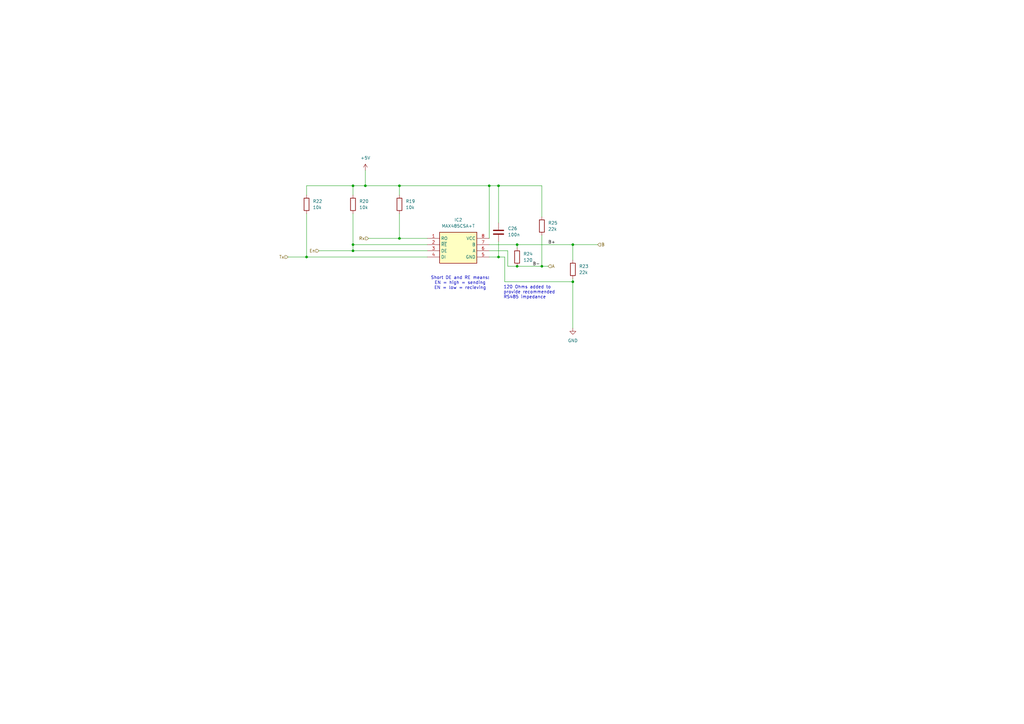
<source format=kicad_sch>
(kicad_sch (version 20231120) (generator "eeschema") (generator_version "8.0")
  (paper "A3")
  (title_block (title "GAVIM V4 TEST 137") (date "2024-06-25") (rev "00.00") (company "Nidec Drives"))
  (lib_symbols
    (symbol "Device:C" (pin_numbers hide) (pin_names (offset 0.254))
      (property "Reference" "C" (at 0.635 2.54 0))
      (property "Value" "C" (at 0.635 -2.54 0))
      (symbol "C_0_1"
        (polyline (pts (xy -2.032 -0.762) (xy 2.032 -0.762)) (stroke (width 0.508)))
        (polyline (pts (xy -2.032 0.762) (xy 2.032 0.762)) (stroke (width 0.508)))
      )
      (symbol "C_1_1"
        (pin passive line (at 0 3.81 270) (length 2.794) (name "~") (number "1"))
        (pin passive line (at 0 -3.81 90) (length 2.794) (name "~") (number "2"))
      )
    )
    (symbol "Device:R" (pin_numbers hide) (pin_names (offset 0))
      (property "Reference" "R" (at 2.032 0 90))
      (property "Value" "R" (at 0 0 90))
      (symbol "R_0_1"
        (rectangle (start -1.016 -2.54) (end 1.016 2.54) (stroke (width 0.254)))
      )
      (symbol "R_1_1"
        (pin passive line (at 0 3.81 270) (length 1.27) (name "~") (number "1"))
        (pin passive line (at 0 -3.81 90) (length 1.27) (name "~") (number "2"))
      )
    )
    (symbol "Imported Parts:MAX485CSA+T"
      (property "Reference" "IC" (at 21.59 7.62 0))
      (property "Value" "MAX485CSA+T" (at 21.59 5.08 0))
      (symbol "MAX485CSA+T_1_1"
        (rectangle (start 5.08 2.54) (end 20.32 -10.16) (stroke (width 0.254)) (fill (type background)))
        (pin passive line (at 0 0 0) (length 5.08) (name "RO") (number "1"))
        (pin passive line (at 0 -2.54 0) (length 5.08) (name "~{RE}") (number "2"))
        (pin passive line (at 0 -5.08 0) (length 5.08) (name "DE") (number "3"))
        (pin passive line (at 0 -7.62 0) (length 5.08) (name "DI") (number "4"))
        (pin passive line (at 25.4 -7.62 180) (length 5.08) (name "GND") (number "5"))
        (pin passive line (at 25.4 -5.08 180) (length 5.08) (name "A") (number "6"))
        (pin passive line (at 25.4 -2.54 180) (length 5.08) (name "B") (number "7"))
        (pin passive line (at 25.4 0 180) (length 5.08) (name "VCC") (number "8"))
      )
    )
    (symbol "power:+5V" (power) (pin_numbers hide) (pin_names (offset 0) hide)
      (property "Value" "+5V" (at 0 3.556 0))
      (symbol "+5V_0_1"
        (polyline (pts (xy -0.762 1.27) (xy 0 2.54)))
        (polyline (pts (xy 0 0) (xy 0 2.54)))
        (polyline (pts (xy 0 2.54) (xy 0.762 1.27)))
      )
      (symbol "+5V_1_1"
        (pin power_in line (at 0 0 90) (length 0) (name "~") (number "1"))
      )
    )
    (symbol "power:GND" (power) (pin_numbers hide) (pin_names (offset 0) hide)
      (property "Value" "GND" (at 0 -3.81 0))
      (symbol "GND_0_1"
        (polyline (pts (xy 0 0) (xy 0 -1.27) (xy 1.27 -1.27) (xy 0 -2.54) (xy -1.27 -1.27) (xy 0 -1.27)))
      )
      (symbol "GND_1_1"
        (pin power_in line (at 0 0 270) (length 0) (name "~") (number "1"))
      )
    )
  )
  (junction (at 144.78 100.33))
  (junction (at 234.95 115.57))
  (junction (at 149.86 76.2))
  (junction (at 125.73 105.41))
  (junction (at 212.09 100.33))
  (junction (at 163.83 76.2))
  (junction (at 204.47 105.41))
  (junction (at 234.95 100.33))
  (junction (at 212.09 109.22))
  (junction (at 222.25 109.22))
  (junction (at 144.78 102.87))
  (junction (at 163.83 97.79))
  (junction (at 200.66 76.2))
  (junction (at 204.47 76.2))
  (junction (at 144.78 76.2))
  (wire (pts (xy 234.95 115.57) (xy 234.95 134.62)))
  (wire (pts (xy 207.01 115.57) (xy 234.95 115.57)))
  (wire (pts (xy 200.66 102.87) (xy 208.28 102.87)))
  (wire (pts (xy 208.28 102.87) (xy 208.28 109.22)))
  (wire (pts (xy 144.78 100.33) (xy 175.26 100.33)))
  (wire (pts (xy 204.47 105.41) (xy 207.01 105.41)))
  (wire (pts (xy 200.66 100.33) (xy 212.09 100.33)))
  (wire (pts (xy 200.66 76.2) (xy 200.66 97.79)))
  (wire (pts (xy 149.86 76.2) (xy 163.83 76.2)))
  (wire (pts (xy 163.83 76.2) (xy 200.66 76.2)))
  (wire (pts (xy 151.13 97.79) (xy 163.83 97.79)))
  (wire (pts (xy 163.83 87.63) (xy 163.83 97.79)))
  (wire (pts (xy 204.47 76.2) (xy 222.25 76.2)))
  (wire (pts (xy 207.01 105.41) (xy 207.01 115.57)))
  (wire (pts (xy 208.28 109.22) (xy 212.09 109.22)))
  (wire (pts (xy 222.25 109.22) (xy 222.25 96.52)))
  (wire (pts (xy 125.73 76.2) (xy 144.78 76.2)))
  (wire (pts (xy 130.81 102.87) (xy 144.78 102.87)))
  (wire (pts (xy 144.78 100.33) (xy 144.78 102.87)))
  (wire (pts (xy 125.73 105.41) (xy 125.73 87.63)))
  (wire (pts (xy 222.25 88.9) (xy 222.25 76.2)))
  (wire (pts (xy 125.73 80.01) (xy 125.73 76.2)))
  (wire (pts (xy 212.09 109.22) (xy 222.25 109.22)))
  (wire (pts (xy 234.95 100.33) (xy 245.11 100.33)))
  (wire (pts (xy 204.47 91.44) (xy 204.47 76.2)))
  (wire (pts (xy 144.78 76.2) (xy 149.86 76.2)))
  (wire (pts (xy 200.66 76.2) (xy 204.47 76.2)))
  (wire (pts (xy 163.83 76.2) (xy 163.83 80.01)))
  (wire (pts (xy 200.66 105.41) (xy 204.47 105.41)))
  (wire (pts (xy 222.25 109.22) (xy 224.79 109.22)))
  (wire (pts (xy 234.95 114.3) (xy 234.95 115.57)))
  (wire (pts (xy 125.73 105.41) (xy 175.26 105.41)))
  (wire (pts (xy 144.78 76.2) (xy 144.78 80.01)))
  (wire (pts (xy 163.83 97.79) (xy 175.26 97.79)))
  (wire (pts (xy 149.86 69.85) (xy 149.86 76.2)))
  (wire (pts (xy 118.11 105.41) (xy 125.73 105.41)))
  (wire (pts (xy 204.47 99.06) (xy 204.47 105.41)))
  (wire (pts (xy 144.78 87.63) (xy 144.78 100.33)))
  (wire (pts (xy 234.95 100.33) (xy 212.09 100.33)))
  (wire (pts (xy 234.95 100.33) (xy 234.95 106.68)))
  (wire (pts (xy 212.09 100.33) (xy 212.09 101.6)))
  (wire (pts (xy 144.78 102.87) (xy 175.26 102.87)))
  (text "Short DE and RE means:\nEN = high = sending\nEN = low = recieving" (at 188.722 116.078 0) (effects (font (size 1.27 1.27))))
  (text "120 Ohms added to \nprovide recommended\nRS485 impedance" (at 206.502 119.888 0) (effects (font (size 1.27 1.27)) (justify left)))
  (label "B+" (at 224.79 100.33 0))
  (label "B-" (at 218.44 109.22 0))
  (hierarchical_label "En" (shape input) (at 130.81 102.87 180))
  (hierarchical_label "Rx" (shape input) (at 151.13 97.79 180))
  (hierarchical_label "A" (shape input) (at 224.79 109.22 0))
  (hierarchical_label "Tx" (shape input) (at 118.11 105.41 180))
  (hierarchical_label "B" (shape input) (at 245.11 100.33 0))
  (symbol (lib_id "Device:R") (at 163.83 83.82 0) (unit 1)
    (property "Reference" "R19" (at 166.37 82.5499 0) (effects (justify left)))
    (property "Value" "10k" (at 166.37 85.0899 0) (effects (justify left)))
    (property "Footprint" "Resistor_SMD:R_0603_1608Metric_Pad0.98x0.95mm_HandSolder" (effects (hide yes)))
    (property "Description" "Resistor" (effects (hide yes)))
  )
  (symbol (lib_id "Device:R") (at 212.09 105.41 0) (unit 1)
    (property "Reference" "R24" (at 214.63 104.1399 0) (effects (justify left)))
    (property "Value" "120" (at 214.63 106.6799 0) (effects (justify left)))
    (property "Footprint" "Resistor_SMD:R_0603_1608Metric_Pad0.98x0.95mm_HandSolder" (effects (hide yes)))
    (property "Description" "Resistor" (effects (hide yes)))
  )
  (symbol (lib_id "Device:R") (at 234.95 110.49 180) (unit 1)
    (property "Reference" "R23" (at 237.49 109.2199 0) (effects (justify right)))
    (property "Value" "22k" (at 237.49 111.7599 0) (effects (justify right)))
    (property "Footprint" "Resistor_SMD:R_0603_1608Metric_Pad0.98x0.95mm_HandSolder" (effects (hide yes)))
    (property "Description" "Resistor" (effects (hide yes)))
  )
  (symbol (lib_id "Device:C") (at 204.47 95.25 0) (unit 1)
    (property "Reference" "C26" (at 208.28 93.726 0) (effects (justify left)))
    (property "Value" "100n" (at 208.28 96.266 0) (effects (justify left)))
    (property "Footprint" "Capacitor_SMD:C_0603_1608Metric_Pad1.08x0.95mm_HandSolder" (effects (hide yes)))
    (property "Description" "Unpolarized capacitor" (effects (hide yes)))
    (property "CT Part Number" "1425-6104" (effects (hide yes)))
  )
  (symbol (lib_id "power:+5V") (at 149.86 69.85 0) (unit 1)
    (property "Reference" "#PWR04" (effects (hide yes)))
    (property "Value" "+5V" (at 149.86 64.77 0))
    (property "Description" "Power symbol creates a global label with name \"+5V\"" (effects (hide yes)))
  )
  (symbol (lib_id "Device:R") (at 144.78 83.82 0) (unit 1)
    (property "Reference" "R20" (at 147.32 82.5499 0) (effects (justify left)))
    (property "Value" "10k" (at 147.32 85.0899 0) (effects (justify left)))
    (property "Footprint" "Resistor_SMD:R_0603_1608Metric_Pad0.98x0.95mm_HandSolder" (effects (hide yes)))
    (property "Description" "Resistor" (effects (hide yes)))
  )
  (symbol (lib_id "Device:R") (at 125.73 83.82 0) (unit 1)
    (property "Reference" "R22" (at 128.27 82.5499 0) (effects (justify left)))
    (property "Value" "10k" (at 128.27 85.0899 0) (effects (justify left)))
    (property "Footprint" "Resistor_SMD:R_0603_1608Metric_Pad0.98x0.95mm_HandSolder" (effects (hide yes)))
    (property "Description" "Resistor" (effects (hide yes)))
  )
  (symbol (lib_id "power:GND") (at 234.95 134.62 0) (unit 1)
    (property "Reference" "#PWR05" (effects (hide yes)))
    (property "Value" "GND" (at 234.95 139.7 0))
    (property "Description" "Power symbol creates a global label with name \"GND\" , ground" (effects (hide yes)))
  )
  (symbol (lib_id "Device:R") (at 222.25 92.71 180) (unit 1)
    (property "Reference" "R25" (at 224.79 91.4399 0) (effects (justify right)))
    (property "Value" "22k" (at 224.79 93.9799 0) (effects (justify right)))
    (property "Footprint" "Resistor_SMD:R_0603_1608Metric_Pad0.98x0.95mm_HandSolder" (effects (hide yes)))
    (property "Description" "Resistor" (effects (hide yes)))
  )
  (symbol (lib_id "Imported Parts:MAX485CSA+T") (at 175.26 97.79 0) (unit 1)
    (property "Reference" "IC2" (at 187.96 90.17 0))
    (property "Value" "MAX485CSA+T" (at 187.96 92.71 0))
    (property "Footprint" "Package_SO:SOIC-8_3.9x4.9mm_P1.27mm" (effects (hide yes)))
    (property "Datasheet" "https://datasheets.maximintegrated.com/en/ds/MAX1487-MAX491.pdf" (effects (hide yes)))
    (property "Description" "RS-422/RS-485 Interface IC Low-Power, Slew-Rate-Limited RS-485/RS-422 Transceivers" (effects (hide yes)))
    (property "Height" "1.75" (effects (hide yes)))
    (property "Mouser Part Number" "700-MAX485CSAT" (effects (hide yes)))
    (property "Mouser Price/Stock" "https://www.mouser.co.uk/ProductDetail/Analog-Devices-Maxim-Integrated/MAX485CSA%2bT?qs=LHmEVA8xxfYLnNxfn7yuwQ%3D%3D" (effects (hide yes)))
    (property "Manufacturer_Name" "Analog Devices" (effects (hide yes)))
    (property "Manufacturer_Part_Number" "MAX485CSA+T" (effects (hide yes)))
    (property "CT Part Number" "N/A" (effects (hide yes)))
    (property "Link (Ext)" "https://www.mouser.co.uk/ProductDetail/Analog-Devices-Maxim-Integrated/MAX485CSA%2bT?qs=LHmEVA8xxfYLnNxfn7yuwQ%3D%3D" (effects (hide yes)))
  )
)
</source>
